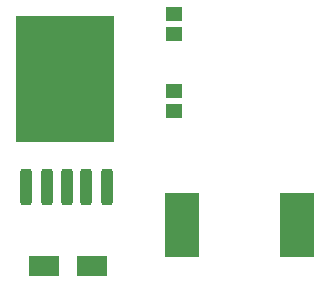
<source format=gtp>
G04*
G04 #@! TF.GenerationSoftware,Altium Limited,Altium Designer,21.1.1 (26)*
G04*
G04 Layer_Color=8421504*
%FSLAX25Y25*%
%MOIN*%
G70*
G04*
G04 #@! TF.SameCoordinates,9BCB9740-BAEC-44A0-B6CA-C752D964FD41*
G04*
G04*
G04 #@! TF.FilePolarity,Positive*
G04*
G01*
G75*
%ADD13R,0.11417X0.21260*%
%ADD14R,0.32992X0.41968*%
G04:AMPARAMS|DCode=15|XSize=40mil|YSize=121.06mil|CornerRadius=10mil|HoleSize=0mil|Usage=FLASHONLY|Rotation=0.000|XOffset=0mil|YOffset=0mil|HoleType=Round|Shape=RoundedRectangle|*
%AMROUNDEDRECTD15*
21,1,0.04000,0.10106,0,0,0.0*
21,1,0.02000,0.12106,0,0,0.0*
1,1,0.02000,0.01000,-0.05053*
1,1,0.02000,-0.01000,-0.05053*
1,1,0.02000,-0.01000,0.05053*
1,1,0.02000,0.01000,0.05053*
%
%ADD15ROUNDEDRECTD15*%
%ADD16R,0.05315X0.04528*%
%ADD17R,0.09843X0.06693*%
D13*
X458071Y301181D02*
D03*
X419882D02*
D03*
D14*
X380890Y349957D02*
D03*
D15*
X394890Y313957D02*
D03*
X387890D02*
D03*
X381390D02*
D03*
X374890D02*
D03*
X367890D02*
D03*
D16*
X417323Y345965D02*
D03*
Y339075D02*
D03*
Y371555D02*
D03*
Y364665D02*
D03*
D17*
X374016Y287402D02*
D03*
X389764D02*
D03*
M02*

</source>
